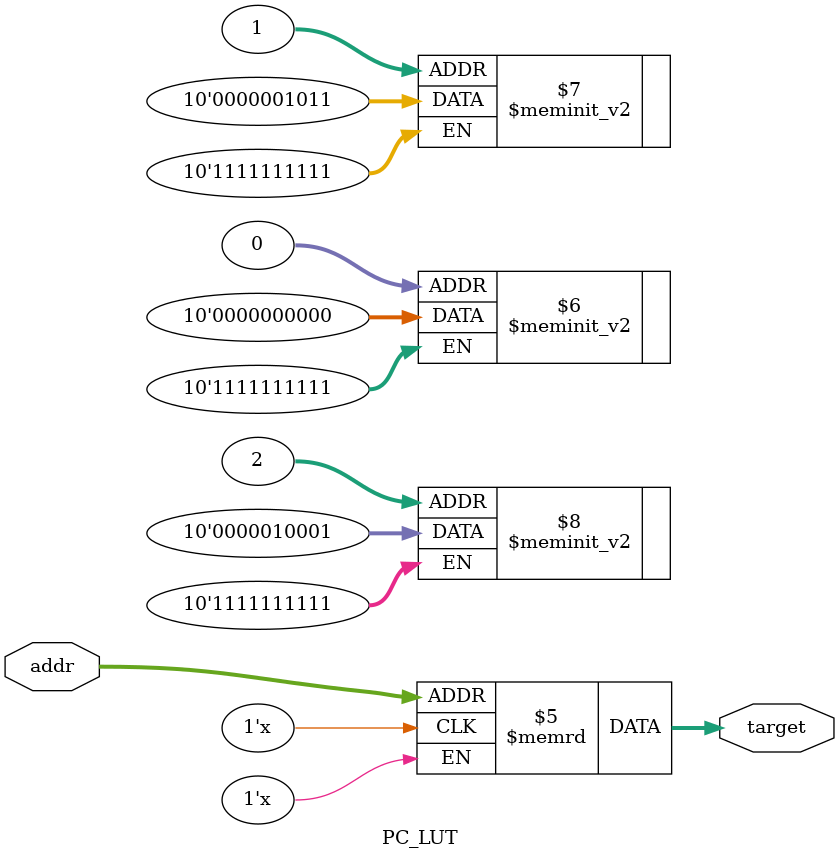
<source format=sv>
module PC_LUT #(parameter D=10)(
  input       [3:0] addr,	   
  output logic [D-1:0] target);

  logic [D-1:0] lut [0:15];

  initial begin
    lut[0] = 0;
    lut[1] = 11;
    lut[2] = 17;
  end

  always_comb begin
    target = lut[addr];
  end

endmodule

/*

	   pc = 4    0000_0000_0100	  4
	             1111_1111_1111	 -1

                 0000_0000_0011   3

				 (a+b)%(2**12)


   	  1111_1111_1011      -5
      0000_0001_0100     +20
	  1111_1111_1111      -1
	  0000_0000_0000     + 0


  */

</source>
